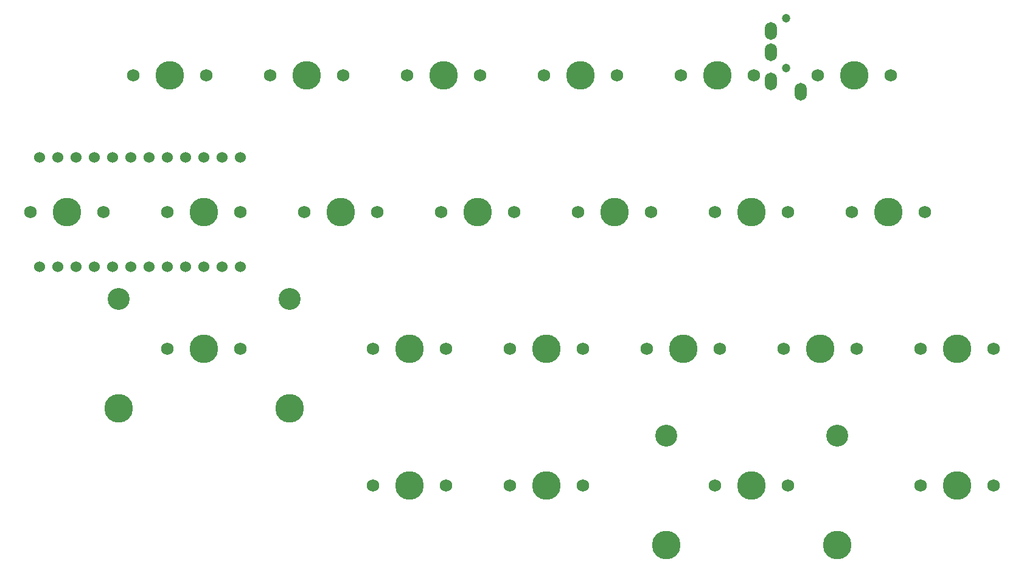
<source format=gts>
G04 #@! TF.GenerationSoftware,KiCad,Pcbnew,(5.1.10-1-10_14)*
G04 #@! TF.CreationDate,2021-09-05T18:49:50+10:00*
G04 #@! TF.ProjectId,WTL-Split-Left,57544c2d-5370-46c6-9974-2d4c6566742e,rev?*
G04 #@! TF.SameCoordinates,Original*
G04 #@! TF.FileFunction,Soldermask,Top*
G04 #@! TF.FilePolarity,Negative*
%FSLAX46Y46*%
G04 Gerber Fmt 4.6, Leading zero omitted, Abs format (unit mm)*
G04 Created by KiCad (PCBNEW (5.1.10-1-10_14)) date 2021-09-05 18:49:50*
%MOMM*%
%LPD*%
G01*
G04 APERTURE LIST*
%ADD10C,1.200000*%
%ADD11O,1.700000X2.500000*%
%ADD12C,3.987800*%
%ADD13C,1.750000*%
%ADD14C,3.048000*%
%ADD15C,1.524000*%
G04 APERTURE END LIST*
D10*
X183356250Y-24518750D03*
X183356250Y-31518750D03*
D11*
X181256250Y-26318750D03*
X181256250Y-29318750D03*
X181256250Y-33318750D03*
X185456250Y-34818750D03*
D12*
X207168750Y-89693750D03*
D13*
X202088750Y-89693750D03*
X212248750Y-89693750D03*
D12*
X178593750Y-89693750D03*
D13*
X173513750Y-89693750D03*
X183673750Y-89693750D03*
D14*
X166687500Y-82708750D03*
X190500000Y-82708750D03*
D12*
X166687500Y-97948750D03*
X190500000Y-97948750D03*
D15*
X79502000Y-43953400D03*
X82042000Y-43953400D03*
X84582000Y-43953400D03*
X87122000Y-43953400D03*
X89662000Y-43953400D03*
X92202000Y-43953400D03*
X94742000Y-43953400D03*
X97282000Y-43953400D03*
X99822000Y-43953400D03*
X102362000Y-43953400D03*
X104902000Y-43953400D03*
X107442000Y-43953400D03*
X107442000Y-59173400D03*
X104902000Y-59173400D03*
X102362000Y-59173400D03*
X99822000Y-59173400D03*
X97282000Y-59173400D03*
X94742000Y-59173400D03*
X92202000Y-59173400D03*
X89662000Y-59173400D03*
X87122000Y-59173400D03*
X84582000Y-59173400D03*
X82042000Y-59173400D03*
X79502000Y-59173400D03*
D12*
X150018750Y-89693750D03*
D13*
X144938750Y-89693750D03*
X155098750Y-89693750D03*
D12*
X130968750Y-89693750D03*
D13*
X125888750Y-89693750D03*
X136048750Y-89693750D03*
D12*
X207168750Y-70643750D03*
D13*
X202088750Y-70643750D03*
X212248750Y-70643750D03*
D12*
X188118750Y-70643750D03*
D13*
X183038750Y-70643750D03*
X193198750Y-70643750D03*
D12*
X169068750Y-70643750D03*
D13*
X163988750Y-70643750D03*
X174148750Y-70643750D03*
D12*
X150018750Y-70643750D03*
D13*
X144938750Y-70643750D03*
X155098750Y-70643750D03*
D12*
X130968750Y-70643750D03*
D13*
X125888750Y-70643750D03*
X136048750Y-70643750D03*
D12*
X102393750Y-70643750D03*
D13*
X97313750Y-70643750D03*
X107473750Y-70643750D03*
D14*
X90487500Y-63658750D03*
X114300000Y-63658750D03*
D12*
X90487500Y-78898750D03*
X114300000Y-78898750D03*
X197643750Y-51593750D03*
D13*
X192563750Y-51593750D03*
X202723750Y-51593750D03*
D12*
X178593750Y-51593750D03*
D13*
X173513750Y-51593750D03*
X183673750Y-51593750D03*
D12*
X159543750Y-51593750D03*
D13*
X154463750Y-51593750D03*
X164623750Y-51593750D03*
D12*
X140493750Y-51593750D03*
D13*
X135413750Y-51593750D03*
X145573750Y-51593750D03*
D12*
X121443750Y-51593750D03*
D13*
X116363750Y-51593750D03*
X126523750Y-51593750D03*
D12*
X102393750Y-51593750D03*
D13*
X97313750Y-51593750D03*
X107473750Y-51593750D03*
D12*
X83343750Y-51593750D03*
D13*
X78263750Y-51593750D03*
X88423750Y-51593750D03*
D12*
X192881250Y-32543750D03*
D13*
X187801250Y-32543750D03*
X197961250Y-32543750D03*
D12*
X173831250Y-32543750D03*
D13*
X168751250Y-32543750D03*
X178911250Y-32543750D03*
D12*
X154781250Y-32543750D03*
D13*
X149701250Y-32543750D03*
X159861250Y-32543750D03*
D12*
X135731250Y-32543750D03*
D13*
X130651250Y-32543750D03*
X140811250Y-32543750D03*
D12*
X116681250Y-32543750D03*
D13*
X111601250Y-32543750D03*
X121761250Y-32543750D03*
D12*
X97631250Y-32543750D03*
D13*
X92551250Y-32543750D03*
X102711250Y-32543750D03*
M02*

</source>
